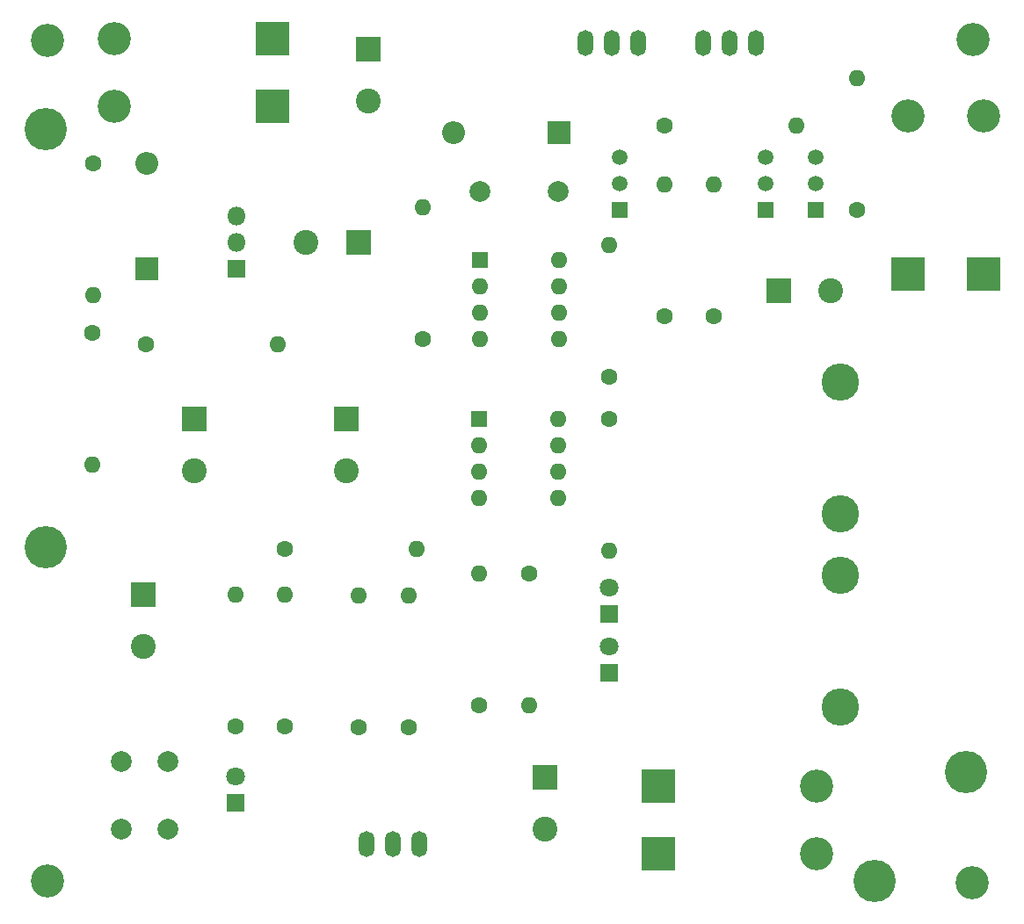
<source format=gbr>
%TF.GenerationSoftware,KiCad,Pcbnew,(5.0.0)*%
%TF.CreationDate,2018-11-09T20:29:25+09:00*%
%TF.ProjectId,ATTiny85-mppt,415454696E7938352D6D7070742E6B69,rev?*%
%TF.SameCoordinates,Original*%
%TF.FileFunction,Soldermask,Top*%
%TF.FilePolarity,Negative*%
%FSLAX46Y46*%
G04 Gerber Fmt 4.6, Leading zero omitted, Abs format (unit mm)*
G04 Created by KiCad (PCBNEW (5.0.0)) date 11/09/18 20:29:25*
%MOMM*%
%LPD*%
G01*
G04 APERTURE LIST*
%ADD10O,2.200000X2.200000*%
%ADD11R,2.200000X2.200000*%
%ADD12C,3.200000*%
%ADD13R,2.400000X2.400000*%
%ADD14C,2.400000*%
%ADD15C,2.000000*%
%ADD16O,3.200000X3.200000*%
%ADD17R,3.200000X3.200000*%
%ADD18C,1.800000*%
%ADD19R,1.800000X1.800000*%
%ADD20C,4.064000*%
%ADD21C,3.600000*%
%ADD22O,1.501140X2.499360*%
%ADD23R,1.520000X1.520000*%
%ADD24C,1.520000*%
%ADD25C,1.600000*%
%ADD26O,1.600000X1.600000*%
%ADD27O,1.800000X1.800000*%
%ADD28R,1.600000X1.600000*%
G04 APERTURE END LIST*
D10*
X87848440Y-36642040D03*
D11*
X98008440Y-36642040D03*
D12*
X137734040Y-108930440D03*
X137815320Y-27711400D03*
X48712120Y-27726640D03*
D13*
X96611440Y-98790760D03*
D14*
X96611440Y-103790760D03*
X124131080Y-51912520D03*
D13*
X119131080Y-51912520D03*
X78633320Y-47238920D03*
D14*
X73633320Y-47238920D03*
D15*
X97873200Y-42291000D03*
X90373200Y-42291000D03*
D14*
X77464920Y-69292480D03*
D13*
X77464920Y-64292480D03*
X62814200Y-64292480D03*
D14*
X62814200Y-69292480D03*
X79603600Y-33585160D03*
D13*
X79603600Y-28585160D03*
D16*
X131612640Y-35077400D03*
D17*
X131612640Y-50317400D03*
X107579160Y-106131360D03*
D16*
X122819160Y-106131360D03*
D18*
X66812160Y-98734880D03*
D19*
X66812160Y-101274880D03*
D11*
X58252360Y-49809400D03*
D10*
X58252360Y-39649400D03*
D17*
X70337680Y-27584400D03*
D16*
X55097680Y-27584400D03*
X55097680Y-34117280D03*
D17*
X70337680Y-34117280D03*
D19*
X102768400Y-83058000D03*
D18*
X102768400Y-80518000D03*
X102768400Y-86207600D03*
D19*
X102768400Y-88747600D03*
D16*
X138831320Y-35077400D03*
D17*
X138831320Y-50317400D03*
X107579160Y-99674680D03*
D16*
X122819160Y-99674680D03*
D20*
X48549560Y-36332160D03*
X48508920Y-76621640D03*
X137154920Y-98333560D03*
X128366520Y-108788200D03*
D21*
X125105160Y-73385680D03*
X125105160Y-60685680D03*
X125105160Y-79314040D03*
X125105160Y-92014040D03*
D22*
X81955640Y-105196640D03*
X84495640Y-105196640D03*
X79415640Y-105196640D03*
X116951760Y-28056840D03*
X111871760Y-28056840D03*
X114411760Y-28056840D03*
D23*
X117861080Y-44109640D03*
D24*
X117861080Y-39029640D03*
X117861080Y-41569640D03*
X122666760Y-41569640D03*
X122666760Y-39029640D03*
D23*
X122666760Y-44109640D03*
D25*
X71531480Y-93888560D03*
D26*
X71531480Y-81188560D03*
X78673960Y-81254600D03*
D25*
X78673960Y-93954600D03*
X90297000Y-91897200D03*
D26*
X90297000Y-79197200D03*
X95138240Y-91881960D03*
D25*
X95138240Y-79181960D03*
D26*
X53075840Y-52339240D03*
D25*
X53075840Y-39639240D03*
X66812160Y-93888560D03*
D26*
X66812160Y-81188560D03*
D25*
X58211720Y-57028080D03*
D26*
X70911720Y-57028080D03*
X108153200Y-41661080D03*
D25*
X108153200Y-54361080D03*
D26*
X102829360Y-47508160D03*
D25*
X102829360Y-60208160D03*
X53045360Y-55956200D03*
D26*
X53045360Y-68656200D03*
D25*
X83520280Y-93954600D03*
D26*
X83520280Y-81254600D03*
X102768400Y-76992480D03*
D25*
X102768400Y-64292480D03*
D26*
X84231480Y-76763880D03*
D25*
X71531480Y-76763880D03*
X84815680Y-56550560D03*
D26*
X84815680Y-43850560D03*
D15*
X55793640Y-97314880D03*
X60293640Y-97314880D03*
X55793640Y-103814880D03*
X60293640Y-103814880D03*
D27*
X66868040Y-44739560D03*
X66868040Y-47279560D03*
D19*
X66868040Y-49819560D03*
D26*
X97917000Y-64292480D03*
X90297000Y-71912480D03*
X97917000Y-66832480D03*
X90297000Y-69372480D03*
X97917000Y-69372480D03*
X90297000Y-66832480D03*
X97917000Y-71912480D03*
D28*
X90297000Y-64292480D03*
X90373200Y-48935640D03*
D26*
X97993200Y-56555640D03*
X90373200Y-51475640D03*
X97993200Y-54015640D03*
X90373200Y-54015640D03*
X97993200Y-51475640D03*
X90373200Y-56555640D03*
X97993200Y-48935640D03*
D12*
X48712120Y-108757720D03*
D26*
X126654560Y-31409640D03*
D25*
X126654560Y-44109640D03*
D23*
X103799640Y-44109640D03*
D24*
X103799640Y-39029640D03*
X103799640Y-41569640D03*
D26*
X112872520Y-41661080D03*
D25*
X112872520Y-54361080D03*
D22*
X103078280Y-28056840D03*
X100538280Y-28056840D03*
X105618280Y-28056840D03*
D26*
X120853200Y-35946080D03*
D25*
X108153200Y-35946080D03*
D14*
X57906920Y-86198720D03*
D13*
X57906920Y-81198720D03*
M02*

</source>
